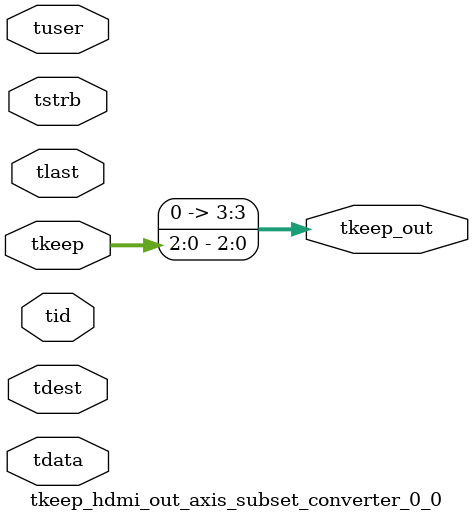
<source format=v>


`timescale 1ps/1ps

module tkeep_hdmi_out_axis_subset_converter_0_0 #
(
parameter C_S_AXIS_TDATA_WIDTH = 32,
parameter C_S_AXIS_TUSER_WIDTH = 0,
parameter C_S_AXIS_TID_WIDTH   = 0,
parameter C_S_AXIS_TDEST_WIDTH = 0,
parameter C_M_AXIS_TDATA_WIDTH = 32
)
(
input  [(C_S_AXIS_TDATA_WIDTH == 0 ? 1 : C_S_AXIS_TDATA_WIDTH)-1:0     ] tdata,
input  [(C_S_AXIS_TUSER_WIDTH == 0 ? 1 : C_S_AXIS_TUSER_WIDTH)-1:0     ] tuser,
input  [(C_S_AXIS_TID_WIDTH   == 0 ? 1 : C_S_AXIS_TID_WIDTH)-1:0       ] tid,
input  [(C_S_AXIS_TDEST_WIDTH == 0 ? 1 : C_S_AXIS_TDEST_WIDTH)-1:0     ] tdest,
input  [(C_S_AXIS_TDATA_WIDTH/8)-1:0 ] tkeep,
input  [(C_S_AXIS_TDATA_WIDTH/8)-1:0 ] tstrb,
input                                                                    tlast,
output [(C_M_AXIS_TDATA_WIDTH/8)-1:0 ] tkeep_out
);

assign tkeep_out = {tkeep[2:0]};

endmodule


</source>
